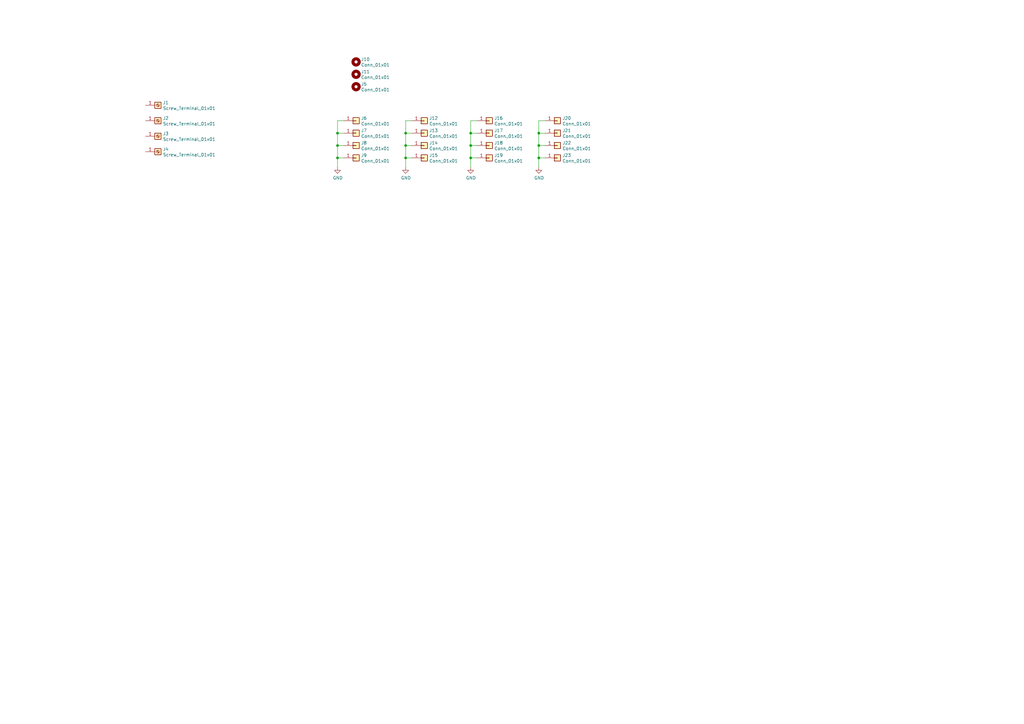
<source format=kicad_sch>
(kicad_sch (version 20230121) (generator eeschema)
  (paper "A3")
  (title_block (title "M2IDI - CV16 FRONT") (date "2023-04-19") (rev "3.0") (company "GuavTek"))
  (lib_symbols
    (symbol "Connector:Screw_Terminal_01x01" (pin_names (offset 1.016) hide)
      (property "Reference" "J" (at 0 2.54 0))
      (property "Value" "Screw_Terminal_01x01" (at 0 -2.54 0))
      (symbol "Screw_Terminal_01x01_1_1"
        (rectangle (start -1.27 1.27) (end 1.27 -1.27) (stroke (width 0.254)) (fill (type background)))
        (polyline (pts (xy -0.5334 0.3302) (xy 0.3302 -0.508)) (stroke (width 0.1524)))
        (polyline (pts (xy -0.3556 0.508) (xy 0.508 -0.3302)) (stroke (width 0.1524)))
        (circle (center 0 0) (radius 0.635) (stroke (width 0.1524)))
        (pin passive line (at -5.08 0 0) (length 3.81) (name "Pin_1") (number "1"))
      )
    )
    (symbol "Connector_Generic:Conn_01x01" (pin_names (offset 1.016) hide)
      (property "Reference" "J" (at 0 2.54 0))
      (property "Value" "Conn_01x01" (at 0 -2.54 0))
      (symbol "Conn_01x01_1_1"
        (rectangle (start -1.27 0.127) (end 0 -0.127) (stroke (width 0.1524)))
        (rectangle (start -1.27 1.27) (end 1.27 -1.27) (stroke (width 0.254)) (fill (type background)))
        (pin passive line (at -5.08 0 0) (length 3.81) (name "Pin_1") (number "1"))
      )
    )
    (symbol "Mechanical:MountingHole" (pin_names (offset 1.016))
      (property "Reference" "H" (at 0 5.08 0))
      (property "Value" "MountingHole" (at 0 3.175 0))
      (symbol "MountingHole_0_1"
        (circle (center 0 0) (radius 1.27) (stroke (width 1.27)))
      )
    )
    (symbol "power:GND" (power) (pin_names (offset 0))
      (property "Value" "GND" (at 0 -3.81 0))
      (symbol "GND_0_1"
        (polyline (pts (xy 0 0) (xy 0 -1.27) (xy 1.27 -1.27) (xy 0 -2.54) (xy -1.27 -1.27) (xy 0 -1.27)))
      )
      (symbol "GND_1_1"
        (pin power_in line (at 0 0 270) (length 0) hide (name "GND") (number "1"))
      )
    )
  )
  (junction (at 220.98 59.69))
  (junction (at 166.37 59.69))
  (junction (at 166.37 54.61))
  (junction (at 138.43 64.77))
  (junction (at 138.43 54.61))
  (junction (at 138.43 59.69))
  (junction (at 220.98 54.61))
  (junction (at 193.04 64.77))
  (junction (at 193.04 59.69))
  (junction (at 220.98 64.77))
  (junction (at 193.04 54.61))
  (junction (at 166.37 64.77))
  (wire (pts (xy 223.52 59.69) (xy 220.98 59.69)))
  (wire (pts (xy 140.97 59.69) (xy 138.43 59.69)))
  (wire (pts (xy 195.58 64.77) (xy 193.04 64.77)))
  (wire (pts (xy 193.04 59.69) (xy 193.04 54.61)))
  (wire (pts (xy 166.37 64.77) (xy 166.37 59.69)))
  (wire (pts (xy 168.91 64.77) (xy 166.37 64.77)))
  (wire (pts (xy 193.04 64.77) (xy 193.04 59.69)))
  (wire (pts (xy 193.04 68.58) (xy 193.04 64.77)))
  (wire (pts (xy 168.91 54.61) (xy 166.37 54.61)))
  (wire (pts (xy 166.37 68.58) (xy 166.37 64.77)))
  (wire (pts (xy 166.37 49.53) (xy 168.91 49.53)))
  (wire (pts (xy 168.91 59.69) (xy 166.37 59.69)))
  (wire (pts (xy 138.43 59.69) (xy 138.43 54.61)))
  (wire (pts (xy 223.52 54.61) (xy 220.98 54.61)))
  (wire (pts (xy 195.58 54.61) (xy 193.04 54.61)))
  (wire (pts (xy 220.98 54.61) (xy 220.98 49.53)))
  (wire (pts (xy 220.98 64.77) (xy 220.98 59.69)))
  (wire (pts (xy 140.97 54.61) (xy 138.43 54.61)))
  (wire (pts (xy 220.98 68.58) (xy 220.98 64.77)))
  (wire (pts (xy 193.04 54.61) (xy 193.04 49.53)))
  (wire (pts (xy 138.43 54.61) (xy 138.43 49.53)))
  (wire (pts (xy 138.43 68.58) (xy 138.43 64.77)))
  (wire (pts (xy 140.97 64.77) (xy 138.43 64.77)))
  (wire (pts (xy 195.58 59.69) (xy 193.04 59.69)))
  (wire (pts (xy 193.04 49.53) (xy 195.58 49.53)))
  (wire (pts (xy 220.98 59.69) (xy 220.98 54.61)))
  (wire (pts (xy 223.52 64.77) (xy 220.98 64.77)))
  (wire (pts (xy 166.37 59.69) (xy 166.37 54.61)))
  (wire (pts (xy 138.43 64.77) (xy 138.43 59.69)))
  (wire (pts (xy 138.43 49.53) (xy 140.97 49.53)))
  (wire (pts (xy 166.37 54.61) (xy 166.37 49.53)))
  (wire (pts (xy 220.98 49.53) (xy 223.52 49.53)))
  (symbol (lib_id "Connector:Screw_Terminal_01x01") (at 64.77 43.18 0) (unit 1)
    (property "Reference" "J1" (at 66.802 42.1132 0) (effects (justify left)))
    (property "Value" "Screw_Terminal_01x01" (at 66.802 44.4246 0) (effects (justify left)))
    (property "Footprint" "Custom_FP:Wide_M3" (effects hide))
  )
  (symbol (lib_id "Connector:Screw_Terminal_01x01") (at 64.77 49.53 0) (unit 1)
    (property "Reference" "J2" (at 66.802 48.4632 0) (effects (justify left)))
    (property "Value" "Screw_Terminal_01x01" (at 66.802 50.7746 0) (effects (justify left)))
    (property "Footprint" "Custom_FP:Wide_M3" (effects hide))
  )
  (symbol (lib_id "Connector:Screw_Terminal_01x01") (at 64.77 55.88 0) (unit 1)
    (property "Reference" "J3" (at 66.802 54.8132 0) (effects (justify left)))
    (property "Value" "Screw_Terminal_01x01" (at 66.802 57.1246 0) (effects (justify left)))
    (property "Footprint" "Custom_FP:Wide_M3" (effects hide))
  )
  (symbol (lib_id "Connector:Screw_Terminal_01x01") (at 64.77 62.23 0) (unit 1)
    (property "Reference" "J4" (at 66.802 61.1632 0) (effects (justify left)))
    (property "Value" "Screw_Terminal_01x01" (at 66.802 63.4746 0) (effects (justify left)))
    (property "Footprint" "Custom_FP:Wide_M3" (effects hide))
  )
  (symbol (lib_id "Mechanical:MountingHole") (at 146.05 35.56 0) (unit 1)
    (property "Reference" "J5" (at 148.082 34.4932 0) (effects (justify left)))
    (property "Value" "Conn_01x01" (at 148.082 36.8046 0) (effects (justify left)))
    (property "Footprint" "Custom_FP:TactileHole" (effects hide))
  )
  (symbol (lib_id "Connector_Generic:Conn_01x01") (at 146.05 49.53 0) (unit 1)
    (property "Reference" "J6" (at 148.082 48.4632 0) (effects (justify left)))
    (property "Value" "Conn_01x01" (at 148.082 50.7746 0) (effects (justify left)))
    (property "Footprint" "MountingHole:MountingHole_6.2mm_M6" (effects hide))
  )
  (symbol (lib_id "Connector_Generic:Conn_01x01") (at 146.05 54.61 0) (unit 1)
    (property "Reference" "J7" (at 148.082 53.5432 0) (effects (justify left)))
    (property "Value" "Conn_01x01" (at 148.082 55.8546 0) (effects (justify left)))
    (property "Footprint" "MountingHole:MountingHole_6.2mm_M6" (effects hide))
  )
  (symbol (lib_id "Connector_Generic:Conn_01x01") (at 146.05 59.69 0) (unit 1)
    (property "Reference" "J8" (at 148.082 58.6232 0) (effects (justify left)))
    (property "Value" "Conn_01x01" (at 148.082 60.9346 0) (effects (justify left)))
    (property "Footprint" "MountingHole:MountingHole_6.2mm_M6" (effects hide))
  )
  (symbol (lib_id "Connector_Generic:Conn_01x01") (at 146.05 64.77 0) (unit 1)
    (property "Reference" "J9" (at 148.082 63.7032 0) (effects (justify left)))
    (property "Value" "Conn_01x01" (at 148.082 66.0146 0) (effects (justify left)))
    (property "Footprint" "MountingHole:MountingHole_6.2mm_M6" (effects hide))
  )
  (symbol (lib_id "power:GND") (at 138.43 68.58 0) (unit 1)
    (property "Reference" "#PWR02" (effects hide))
    (property "Value" "GND" (at 138.557 72.9742 0))
  )
  (symbol (lib_id "Mechanical:MountingHole") (at 146.05 30.48 0) (unit 1)
    (property "Reference" "J11" (at 148.082 29.4132 0) (effects (justify left)))
    (property "Value" "Conn_01x01" (at 148.082 31.7246 0) (effects (justify left)))
    (property "Footprint" "Custom_FP:TactileHole" (effects hide))
  )
  (symbol (lib_id "Mechanical:MountingHole") (at 146.05 25.4 0) (unit 1)
    (property "Reference" "J10" (at 148.082 24.3332 0) (effects (justify left)))
    (property "Value" "Conn_01x01" (at 148.082 26.6446 0) (effects (justify left)))
    (property "Footprint" "Custom_FP:TactileHole" (effects hide))
  )
  (symbol (lib_id "Connector_Generic:Conn_01x01") (at 173.99 49.53 0) (unit 1)
    (property "Reference" "J12" (at 176.022 48.4632 0) (effects (justify left)))
    (property "Value" "Conn_01x01" (at 176.022 50.7746 0) (effects (justify left)))
    (property "Footprint" "MountingHole:MountingHole_6.2mm_M6" (effects hide))
  )
  (symbol (lib_id "Connector_Generic:Conn_01x01") (at 173.99 54.61 0) (unit 1)
    (property "Reference" "J13" (at 176.022 53.5432 0) (effects (justify left)))
    (property "Value" "Conn_01x01" (at 176.022 55.8546 0) (effects (justify left)))
    (property "Footprint" "MountingHole:MountingHole_6.2mm_M6" (effects hide))
  )
  (symbol (lib_id "Connector_Generic:Conn_01x01") (at 173.99 59.69 0) (unit 1)
    (property "Reference" "J14" (at 176.022 58.6232 0) (effects (justify left)))
    (property "Value" "Conn_01x01" (at 176.022 60.9346 0) (effects (justify left)))
    (property "Footprint" "MountingHole:MountingHole_6.2mm_M6" (effects hide))
  )
  (symbol (lib_id "Connector_Generic:Conn_01x01") (at 173.99 64.77 0) (unit 1)
    (property "Reference" "J15" (at 176.022 63.7032 0) (effects (justify left)))
    (property "Value" "Conn_01x01" (at 176.022 66.0146 0) (effects (justify left)))
    (property "Footprint" "MountingHole:MountingHole_6.2mm_M6" (effects hide))
  )
  (symbol (lib_id "power:GND") (at 166.37 68.58 0) (unit 1)
    (property "Reference" "#PWR0101" (effects hide))
    (property "Value" "GND" (at 166.497 72.9742 0))
  )
  (symbol (lib_id "Connector_Generic:Conn_01x01") (at 200.66 49.53 0) (unit 1)
    (property "Reference" "J16" (at 202.692 48.4632 0) (effects (justify left)))
    (property "Value" "Conn_01x01" (at 202.692 50.7746 0) (effects (justify left)))
    (property "Footprint" "MountingHole:MountingHole_6.2mm_M6" (effects hide))
  )
  (symbol (lib_id "Connector_Generic:Conn_01x01") (at 200.66 54.61 0) (unit 1)
    (property "Reference" "J17" (at 202.692 53.5432 0) (effects (justify left)))
    (property "Value" "Conn_01x01" (at 202.692 55.8546 0) (effects (justify left)))
    (property "Footprint" "MountingHole:MountingHole_6.2mm_M6" (effects hide))
  )
  (symbol (lib_id "Connector_Generic:Conn_01x01") (at 200.66 59.69 0) (unit 1)
    (property "Reference" "J18" (at 202.692 58.6232 0) (effects (justify left)))
    (property "Value" "Conn_01x01" (at 202.692 60.9346 0) (effects (justify left)))
    (property "Footprint" "MountingHole:MountingHole_6.2mm_M6" (effects hide))
  )
  (symbol (lib_id "Connector_Generic:Conn_01x01") (at 200.66 64.77 0) (unit 1)
    (property "Reference" "J19" (at 202.692 63.7032 0) (effects (justify left)))
    (property "Value" "Conn_01x01" (at 202.692 66.0146 0) (effects (justify left)))
    (property "Footprint" "MountingHole:MountingHole_6.2mm_M6" (effects hide))
  )
  (symbol (lib_id "power:GND") (at 193.04 68.58 0) (unit 1)
    (property "Reference" "#PWR0102" (effects hide))
    (property "Value" "GND" (at 193.167 72.9742 0))
  )
  (symbol (lib_id "Connector_Generic:Conn_01x01") (at 228.6 49.53 0) (unit 1)
    (property "Reference" "J20" (at 230.632 48.4632 0) (effects (justify left)))
    (property "Value" "Conn_01x01" (at 230.632 50.7746 0) (effects (justify left)))
    (property "Footprint" "MountingHole:MountingHole_6.2mm_M6" (effects hide))
  )
  (symbol (lib_id "Connector_Generic:Conn_01x01") (at 228.6 54.61 0) (unit 1)
    (property "Reference" "J21" (at 230.632 53.5432 0) (effects (justify left)))
    (property "Value" "Conn_01x01" (at 230.632 55.8546 0) (effects (justify left)))
    (property "Footprint" "MountingHole:MountingHole_6.2mm_M6" (effects hide))
  )
  (symbol (lib_id "Connector_Generic:Conn_01x01") (at 228.6 59.69 0) (unit 1)
    (property "Reference" "J22" (at 230.632 58.6232 0) (effects (justify left)))
    (property "Value" "Conn_01x01" (at 230.632 60.9346 0) (effects (justify left)))
    (property "Footprint" "MountingHole:MountingHole_6.2mm_M6" (effects hide))
  )
  (symbol (lib_id "Connector_Generic:Conn_01x01") (at 228.6 64.77 0) (unit 1)
    (property "Reference" "J23" (at 230.632 63.7032 0) (effects (justify left)))
    (property "Value" "Conn_01x01" (at 230.632 66.0146 0) (effects (justify left)))
    (property "Footprint" "MountingHole:MountingHole_6.2mm_M6" (effects hide))
  )
  (symbol (lib_id "power:GND") (at 220.98 68.58 0) (unit 1)
    (property "Reference" "#PWR0103" (effects hide))
    (property "Value" "GND" (at 221.107 72.9742 0))
  )
)
</source>
